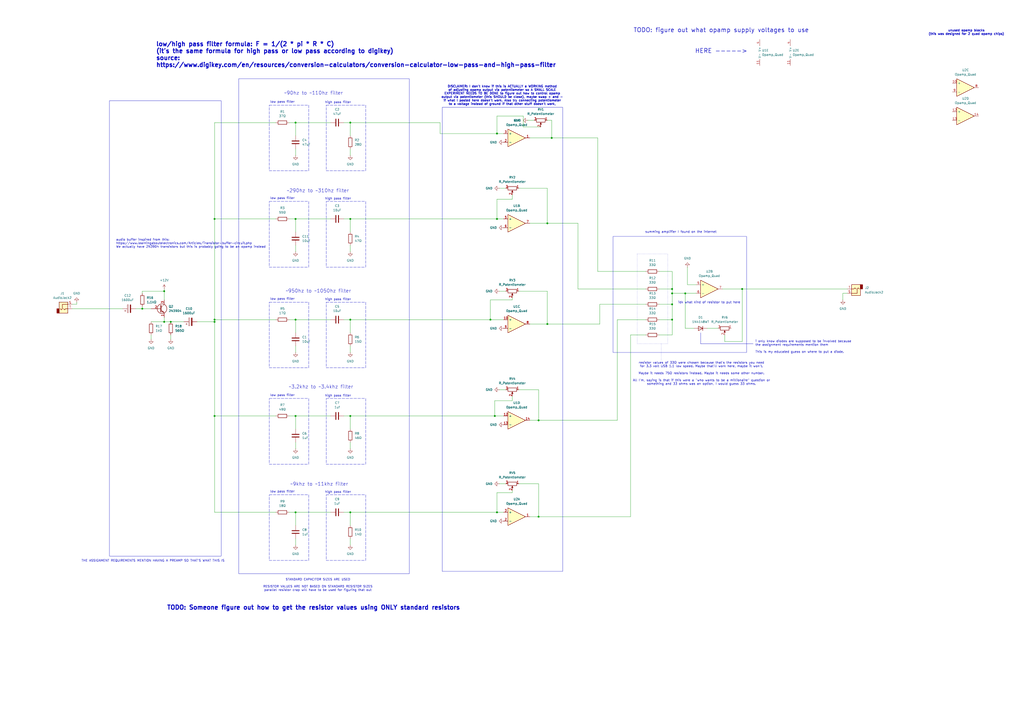
<source format=kicad_sch>
(kicad_sch (version 20231120) (generator "eeschema") (generator_version "8.0")
  (paper "A2")
  (lib_symbols
    (symbol "Connector_Audio:AudioJack2"
      (property "Reference" "J" (at 0 8.89 0))
      (property "Value" "AudioJack2" (at 0 6.35 0))
      (symbol "AudioJack2_0_1"
        (rectangle (start -3.81 0) (end -2.54 -2.54) (stroke (width 0.254)) (fill (type outline)))
        (rectangle (start -2.54 3.81) (end 2.54 -2.54) (stroke (width 0.254)) (fill (type background)))
        (polyline (pts (xy 0 0) (xy 0.635 -0.635) (xy 1.27 0) (xy 2.54 0)) (stroke (width 0.254)))
        (polyline (pts (xy 2.54 2.54) (xy -0.635 2.54) (xy -0.635 0) (xy -1.27 -0.635) (xy -1.905 0)) (stroke (width 0.254)))
      )
      (symbol "AudioJack2_1_1"
        (pin passive line (at 5.08 2.54 180) (length 2.54) (name "~") (number "S"))
        (pin passive line (at 5.08 0 180) (length 2.54) (name "~") (number "T"))
      )
    )
    (symbol "Device:C" (pin_numbers hide) (pin_names (offset 0.254))
      (property "Reference" "C" (at 0.635 2.54 0))
      (property "Value" "C" (at 0.635 -2.54 0))
      (symbol "C_0_1"
        (polyline (pts (xy -2.032 -0.762) (xy 2.032 -0.762)) (stroke (width 0.508)))
        (polyline (pts (xy -2.032 0.762) (xy 2.032 0.762)) (stroke (width 0.508)))
      )
      (symbol "C_1_1"
        (pin passive line (at 0 3.81 270) (length 2.794) (name "~") (number "1"))
        (pin passive line (at 0 -3.81 90) (length 2.794) (name "~") (number "2"))
      )
    )
    (symbol "Device:C_Polarized" (pin_numbers hide) (pin_names (offset 0.254))
      (property "Reference" "C" (at 0.635 2.54 0))
      (property "Value" "C_Polarized" (at 0.635 -2.54 0))
      (symbol "C_Polarized_0_1"
        (rectangle (start -2.286 0.508) (end 2.286 1.016))
        (polyline (pts (xy -1.778 2.286) (xy -0.762 2.286)))
        (polyline (pts (xy -1.27 2.794) (xy -1.27 1.778)))
        (rectangle (start 2.286 -0.508) (end -2.286 -1.016) (fill (type outline)))
      )
      (symbol "C_Polarized_1_1"
        (pin passive line (at 0 3.81 270) (length 2.794) (name "~") (number "1"))
        (pin passive line (at 0 -3.81 90) (length 2.794) (name "~") (number "2"))
      )
    )
    (symbol "Device:Opamp_Quad"
      (property "Reference" "U" (at 0 5.08 0))
      (property "Value" "Opamp_Quad" (at 0 -5.08 0))
      (symbol "Opamp_Quad_1_1"
        (polyline (pts (xy -5.08 5.08) (xy 5.08 0) (xy -5.08 -5.08) (xy -5.08 5.08)) (stroke (width 0.254)) (fill (type background)))
        (pin output line (at 7.62 0 180) (length 2.54) (name "~") (number "1"))
        (pin input line (at -7.62 -2.54 0) (length 2.54) (name "-") (number "2"))
        (pin input line (at -7.62 2.54 0) (length 2.54) (name "+") (number "3"))
      )
      (symbol "Opamp_Quad_2_1"
        (polyline (pts (xy -5.08 5.08) (xy 5.08 0) (xy -5.08 -5.08) (xy -5.08 5.08)) (stroke (width 0.254)) (fill (type background)))
        (pin input line (at -7.62 2.54 0) (length 2.54) (name "+") (number "5"))
        (pin input line (at -7.62 -2.54 0) (length 2.54) (name "-") (number "6"))
        (pin output line (at 7.62 0 180) (length 2.54) (name "~") (number "7"))
      )
      (symbol "Opamp_Quad_3_1"
        (polyline (pts (xy -5.08 5.08) (xy 5.08 0) (xy -5.08 -5.08) (xy -5.08 5.08)) (stroke (width 0.254)) (fill (type background)))
        (pin input line (at -7.62 2.54 0) (length 2.54) (name "+") (number "10"))
        (pin output line (at 7.62 0 180) (length 2.54) (name "~") (number "8"))
        (pin input line (at -7.62 -2.54 0) (length 2.54) (name "-") (number "9"))
      )
      (symbol "Opamp_Quad_4_1"
        (polyline (pts (xy -5.08 5.08) (xy 5.08 0) (xy -5.08 -5.08) (xy -5.08 5.08)) (stroke (width 0.254)) (fill (type background)))
        (pin input line (at -7.62 2.54 0) (length 2.54) (name "+") (number "12"))
        (pin input line (at -7.62 -2.54 0) (length 2.54) (name "-") (number "13"))
        (pin output line (at 7.62 0 180) (length 2.54) (name "~") (number "14"))
      )
      (symbol "Opamp_Quad_5_1"
        (pin power_in line (at -2.54 -7.62 90) (length 3.81) (name "V-") (number "11"))
        (pin power_in line (at -2.54 7.62 270) (length 3.81) (name "V+") (number "4"))
      )
    )
    (symbol "Device:R" (pin_numbers hide) (pin_names (offset 0))
      (property "Reference" "R" (at 2.032 0 90))
      (property "Value" "R" (at 0 0 90))
      (symbol "R_0_1"
        (rectangle (start -1.016 -2.54) (end 1.016 2.54) (stroke (width 0.254)))
      )
      (symbol "R_1_1"
        (pin passive line (at 0 3.81 270) (length 1.27) (name "~") (number "1"))
        (pin passive line (at 0 -3.81 90) (length 1.27) (name "~") (number "2"))
      )
    )
    (symbol "Device:R_Potentiometer" (pin_names (offset 1.016) hide)
      (property "Reference" "RV" (at -4.445 0 90))
      (property "Value" "R_Potentiometer" (at -2.54 0 90))
      (symbol "R_Potentiometer_0_1"
        (polyline (pts (xy 2.54 0) (xy 1.524 0)))
        (polyline (pts (xy 1.143 0) (xy 2.286 0.508) (xy 2.286 -0.508) (xy 1.143 0)) (fill (type outline)))
        (rectangle (start 1.016 2.54) (end -1.016 -2.54) (stroke (width 0.254)))
      )
      (symbol "R_Potentiometer_1_1"
        (pin passive line (at 0 3.81 270) (length 1.27) (name "1") (number "1"))
        (pin passive line (at 3.81 0 180) (length 1.27) (name "2") (number "2"))
        (pin passive line (at 0 -3.81 90) (length 1.27) (name "3") (number "3"))
      )
    )
    (symbol "Diode:1N4148WT" (pin_numbers hide) (pin_names hide)
      (property "Reference" "D" (at 0 2.54 0))
      (property "Value" "1N4148WT" (at 0 -2.54 0))
      (symbol "1N4148WT_0_1"
        (polyline (pts (xy -1.27 1.27) (xy -1.27 -1.27)) (stroke (width 0.254)))
        (polyline (pts (xy 1.27 0) (xy -1.27 0)))
        (polyline (pts (xy 1.27 1.27) (xy 1.27 -1.27) (xy -1.27 0) (xy 1.27 1.27)) (stroke (width 0.254)))
      )
      (symbol "1N4148WT_1_1"
        (pin passive line (at -3.81 0 0) (length 2.54) (name "K") (number "1"))
        (pin passive line (at 3.81 0 180) (length 2.54) (name "A") (number "2"))
      )
    )
    (symbol "Transistor_BJT:2N3904" (pin_names (offset 0) hide)
      (property "Reference" "Q" (at 5.08 1.905 0))
      (property "Value" "2N3904" (at 5.08 0 0))
      (symbol "2N3904_0_1"
        (polyline (pts (xy 0.635 0.635) (xy 2.54 2.54)))
        (polyline (pts (xy 0.635 -0.635) (xy 2.54 -2.54) (xy 2.54 -2.54)))
        (polyline (pts (xy 0.635 1.905) (xy 0.635 -1.905) (xy 0.635 -1.905)) (stroke (width 0.508)))
        (polyline (pts (xy 1.27 -1.778) (xy 1.778 -1.27) (xy 2.286 -2.286) (xy 1.27 -1.778) (xy 1.27 -1.778)) (fill (type outline)))
        (circle (center 1.27 0) (radius 2.8194) (stroke (width 0.254)))
      )
      (symbol "2N3904_1_1"
        (pin passive line (at 2.54 -5.08 90) (length 2.54) (name "E") (number "1"))
        (pin passive line (at -5.08 0 0) (length 5.715) (name "B") (number "2"))
        (pin passive line (at 2.54 5.08 270) (length 2.54) (name "C") (number "3"))
      )
    )
    (symbol "power:+12V" (power) (pin_numbers hide) (pin_names (offset 0) hide)
      (property "Value" "+12V" (at 0 3.556 0))
      (symbol "+12V_0_1"
        (polyline (pts (xy -0.762 1.27) (xy 0 2.54)))
        (polyline (pts (xy 0 0) (xy 0 2.54)))
        (polyline (pts (xy 0 2.54) (xy 0.762 1.27)))
      )
      (symbol "+12V_1_1"
        (pin power_in line (at 0 0 90) (length 0) (name "~") (number "1"))
      )
    )
    (symbol "power:GND" (power) (pin_numbers hide) (pin_names (offset 0) hide)
      (property "Value" "GND" (at 0 -3.81 0))
      (symbol "GND_0_1"
        (polyline (pts (xy 0 0) (xy 0 -1.27) (xy 1.27 -1.27) (xy 0 -2.54) (xy -1.27 -1.27) (xy 0 -1.27)))
      )
      (symbol "GND_1_1"
        (pin power_in line (at 0 0 270) (length 0) (name "~") (number "1"))
      )
    )
  )
  (junction (at 95.25 186.69))
  (junction (at 203.2 297.18))
  (junction (at 287.02 241.3))
  (junction (at 95.25 168.91))
  (junction (at 320.04 80.01))
  (junction (at 203.2 71.12))
  (junction (at 124.46 186.69))
  (junction (at 124.46 127))
  (junction (at 171.45 241.3))
  (junction (at 288.29 77.47))
  (junction (at 389.89 185.42))
  (junction (at 389.89 170.18))
  (junction (at 430.53 167.64))
  (junction (at 397.51 170.18))
  (junction (at 203.2 127))
  (junction (at 203.2 185.42))
  (junction (at 124.46 185.42))
  (junction (at 389.89 167.64))
  (junction (at 82.55 179.07))
  (junction (at 284.48 185.42))
  (junction (at 389.89 176.53))
  (junction (at 317.5 129.54))
  (junction (at 312.42 243.84))
  (junction (at 171.45 185.42))
  (junction (at 124.46 241.3))
  (junction (at 171.45 71.12))
  (junction (at 99.06 186.69))
  (junction (at 317.5 187.96))
  (junction (at 312.42 299.72))
  (junction (at 288.29 127))
  (junction (at 203.2 241.3))
  (junction (at 288.29 297.18))
  (junction (at 171.45 127))
  (junction (at 171.45 297.18))
  (wire (pts (xy 203.2 185.42) (xy 203.2 193.04)))
  (wire (pts (xy 124.46 71.12) (xy 160.02 71.12)))
  (wire (pts (xy 300.99 168.91) (xy 317.5 168.91)))
  (wire (pts (xy 289.56 168.91) (xy 293.37 168.91)))
  (wire (pts (xy 160.02 185.42) (xy 124.46 185.42)))
  (wire (pts (xy 95.25 184.15) (xy 95.25 186.69)))
  (wire (pts (xy 347.98 187.96) (xy 347.98 176.53)))
  (wire (pts (xy 289.56 226.06) (xy 293.37 226.06)))
  (wire (pts (xy 420.37 194.31) (xy 420.37 198.12)))
  (wire (pts (xy 365.76 194.31) (xy 374.65 194.31)))
  (wire (pts (xy 203.2 248.92) (xy 203.2 241.3)))
  (wire (pts (xy 167.64 241.3) (xy 171.45 241.3)))
  (wire (pts (xy 171.45 71.12) (xy 171.45 78.74)))
  (wire (pts (xy 303.53 73.66) (xy 313.69 73.66)))
  (wire (pts (xy 382.27 176.53) (xy 389.89 176.53)))
  (wire (pts (xy 203.2 185.42) (xy 199.39 185.42)))
  (wire (pts (xy 312.42 280.67) (xy 312.42 299.72)))
  (wire (pts (xy 124.46 297.18) (xy 124.46 241.3)))
  (wire (pts (xy 430.53 198.12) (xy 430.53 167.64)))
  (wire (pts (xy 320.04 80.01) (xy 346.71 80.01)))
  (wire (pts (xy 82.55 179.07) (xy 87.63 179.07)))
  (wire (pts (xy 87.63 186.69) (xy 95.25 186.69)))
  (wire (pts (xy 255.27 71.12) (xy 255.27 77.47)))
  (wire (pts (xy 203.2 71.12) (xy 199.39 71.12)))
  (wire (pts (xy 488.95 173.99) (xy 488.95 170.18)))
  (wire (pts (xy 99.06 194.31) (xy 99.06 196.85)))
  (wire (pts (xy 300.99 226.06) (xy 312.42 226.06)))
  (wire (pts (xy 317.5 109.22) (xy 317.5 129.54)))
  (wire (pts (xy 312.42 299.72) (xy 365.76 299.72)))
  (wire (pts (xy 397.51 170.18) (xy 397.51 190.5)))
  (wire (pts (xy 346.71 80.01) (xy 346.71 157.48)))
  (wire (pts (xy 335.28 129.54) (xy 335.28 167.64)))
  (wire (pts (xy 203.2 142.24) (xy 203.2 146.05)))
  (wire (pts (xy 95.25 168.91) (xy 82.55 168.91)))
  (wire (pts (xy 95.25 168.91) (xy 95.25 173.99)))
  (wire (pts (xy 306.07 69.85) (xy 309.88 69.85)))
  (wire (pts (xy 171.45 241.3) (xy 191.77 241.3)))
  (wire (pts (xy 403.86 170.18) (xy 397.51 170.18)))
  (wire (pts (xy 382.27 157.48) (xy 389.89 157.48)))
  (wire (pts (xy 124.46 186.69) (xy 124.46 241.3)))
  (wire (pts (xy 317.5 187.96) (xy 347.98 187.96)))
  (wire (pts (xy 420.37 198.12) (xy 430.53 198.12)))
  (wire (pts (xy 358.14 243.84) (xy 358.14 185.42)))
  (wire (pts (xy 124.46 185.42) (xy 124.46 186.69)))
  (wire (pts (xy 288.29 297.18) (xy 292.1 297.18)))
  (wire (pts (xy 203.2 127) (xy 288.29 127)))
  (wire (pts (xy 389.89 194.31) (xy 389.89 185.42)))
  (wire (pts (xy 288.29 77.47) (xy 288.29 67.31)))
  (wire (pts (xy 203.2 71.12) (xy 255.27 71.12)))
  (wire (pts (xy 287.02 241.3) (xy 292.1 241.3)))
  (wire (pts (xy 287.02 232.41) (xy 297.18 232.41)))
  (wire (pts (xy 171.45 127) (xy 171.45 134.62)))
  (wire (pts (xy 82.55 168.91) (xy 82.55 170.18)))
  (wire (pts (xy 297.18 284.48) (xy 297.18 285.75)))
  (wire (pts (xy 297.18 285.75) (xy 288.29 285.75)))
  (wire (pts (xy 317.5 129.54) (xy 335.28 129.54)))
  (wire (pts (xy 365.76 299.72) (xy 365.76 194.31)))
  (wire (pts (xy 199.39 127) (xy 203.2 127)))
  (wire (pts (xy 167.64 185.42) (xy 171.45 185.42)))
  (wire (pts (xy 297.18 115.57) (xy 297.18 113.03)))
  (wire (pts (xy 317.5 168.91) (xy 317.5 187.96)))
  (wire (pts (xy 203.2 297.18) (xy 199.39 297.18)))
  (wire (pts (xy 297.18 173.99) (xy 297.18 172.72)))
  (wire (pts (xy 307.34 129.54) (xy 317.5 129.54)))
  (wire (pts (xy 167.64 71.12) (xy 171.45 71.12)))
  (wire (pts (xy 358.14 185.42) (xy 374.65 185.42)))
  (wire (pts (xy 203.2 134.62) (xy 203.2 127)))
  (wire (pts (xy 171.45 200.66) (xy 171.45 204.47)))
  (wire (pts (xy 347.98 176.53) (xy 374.65 176.53)))
  (wire (pts (xy 167.64 127) (xy 171.45 127)))
  (wire (pts (xy 203.2 256.54) (xy 203.2 260.35)))
  (wire (pts (xy 300.99 109.22) (xy 317.5 109.22)))
  (wire (pts (xy 288.29 127) (xy 292.1 127)))
  (wire (pts (xy 124.46 127) (xy 124.46 71.12)))
  (wire (pts (xy 44.45 175.26) (xy 44.45 176.53)))
  (wire (pts (xy 288.29 67.31) (xy 303.53 67.31)))
  (wire (pts (xy 288.29 127) (xy 288.29 115.57)))
  (wire (pts (xy 124.46 127) (xy 124.46 185.42)))
  (wire (pts (xy 382.27 185.42) (xy 389.89 185.42)))
  (wire (pts (xy 300.99 280.67) (xy 312.42 280.67)))
  (wire (pts (xy 203.2 304.8) (xy 203.2 297.18)))
  (wire (pts (xy 398.78 154.94) (xy 398.78 165.1)))
  (wire (pts (xy 346.71 157.48) (xy 374.65 157.48)))
  (wire (pts (xy 307.34 299.72) (xy 312.42 299.72)))
  (wire (pts (xy 312.42 243.84) (xy 358.14 243.84)))
  (wire (pts (xy 203.2 200.66) (xy 203.2 204.47)))
  (wire (pts (xy 289.56 280.67) (xy 293.37 280.67)))
  (wire (pts (xy 288.29 115.57) (xy 297.18 115.57)))
  (wire (pts (xy 124.46 186.69) (xy 114.3 186.69)))
  (wire (pts (xy 95.25 167.64) (xy 95.25 168.91)))
  (wire (pts (xy 287.02 241.3) (xy 287.02 232.41)))
  (wire (pts (xy 320.04 69.85) (xy 320.04 80.01)))
  (wire (pts (xy 171.45 185.42) (xy 191.77 185.42)))
  (wire (pts (xy 171.45 86.36) (xy 171.45 90.17)))
  (wire (pts (xy 171.45 312.42) (xy 171.45 316.23)))
  (wire (pts (xy 203.2 241.3) (xy 199.39 241.3)))
  (wire (pts (xy 307.34 243.84) (xy 312.42 243.84)))
  (wire (pts (xy 389.89 185.42) (xy 389.89 176.53)))
  (wire (pts (xy 398.78 165.1) (xy 403.86 165.1)))
  (wire (pts (xy 312.42 226.06) (xy 312.42 243.84)))
  (wire (pts (xy 284.48 185.42) (xy 292.1 185.42)))
  (wire (pts (xy 382.27 194.31) (xy 389.89 194.31)))
  (wire (pts (xy 255.27 77.47) (xy 288.29 77.47)))
  (wire (pts (xy 488.95 170.18) (xy 491.49 170.18)))
  (wire (pts (xy 389.89 176.53) (xy 389.89 170.18)))
  (wire (pts (xy 171.45 185.42) (xy 171.45 193.04)))
  (wire (pts (xy 397.51 170.18) (xy 389.89 170.18)))
  (wire (pts (xy 397.51 190.5) (xy 402.59 190.5)))
  (wire (pts (xy 99.06 186.69) (xy 106.68 186.69)))
  (wire (pts (xy 389.89 170.18) (xy 389.89 167.64)))
  (wire (pts (xy 171.45 71.12) (xy 191.77 71.12)))
  (wire (pts (xy 203.2 86.36) (xy 203.2 90.17)))
  (wire (pts (xy 171.45 256.54) (xy 171.45 260.35)))
  (wire (pts (xy 124.46 241.3) (xy 160.02 241.3)))
  (wire (pts (xy 317.5 69.85) (xy 320.04 69.85)))
  (polyline (pts (xy 436.88 199.39) (xy 406.4 199.39)))
  (wire (pts (xy 289.56 109.22) (xy 293.37 109.22)))
  (wire (pts (xy 167.64 297.18) (xy 171.45 297.18)))
  (wire (pts (xy 410.21 190.5) (xy 416.56 190.5)))
  (wire (pts (xy 171.45 297.18) (xy 191.77 297.18)))
  (wire (pts (xy 389.89 167.64) (xy 389.89 157.48)))
  (wire (pts (xy 288.29 285.75) (xy 288.29 297.18)))
  (wire (pts (xy 171.45 241.3) (xy 171.45 248.92)))
  (wire (pts (xy 78.74 179.07) (xy 82.55 179.07)))
  (wire (pts (xy 87.63 194.31) (xy 87.63 196.85)))
  (wire (pts (xy 430.53 167.64) (xy 491.49 167.64)))
  (wire (pts (xy 203.2 78.74) (xy 203.2 71.12)))
  (wire (pts (xy 284.48 173.99) (xy 297.18 173.99)))
  (wire (pts (xy 171.45 142.24) (xy 171.45 146.05)))
  (wire (pts (xy 44.45 176.53) (xy 41.91 176.53)))
  (wire (pts (xy 82.55 177.8) (xy 82.55 179.07)))
  (wire (pts (xy 171.45 127) (xy 191.77 127)))
  (wire (pts (xy 171.45 297.18) (xy 171.45 304.8)))
  (wire (pts (xy 160.02 127) (xy 124.46 127)))
  (wire (pts (xy 297.18 232.41) (xy 297.18 229.87)))
  (wire (pts (xy 419.1 167.64) (xy 430.53 167.64)))
  (wire (pts (xy 307.34 80.01) (xy 320.04 80.01)))
  (wire (pts (xy 203.2 297.18) (xy 288.29 297.18)))
  (polyline (pts (xy 406.4 193.04) (xy 406.4 199.39)))
  (wire (pts (xy 335.28 167.64) (xy 374.65 167.64)))
  (wire (pts (xy 288.29 77.47) (xy 292.1 77.47)))
  (wire (pts (xy 382.27 167.64) (xy 389.89 167.64)))
  (wire (pts (xy 307.34 187.96) (xy 317.5 187.96)))
  (wire (pts (xy 203.2 185.42) (xy 284.48 185.42)))
  (wire (pts (xy 95.25 186.69) (xy 99.06 186.69)))
  (wire (pts (xy 284.48 185.42) (xy 284.48 173.99)))
  (wire (pts (xy 203.2 312.42) (xy 203.2 316.23)))
  (wire (pts (xy 41.91 179.07) (xy 71.12 179.07)))
  (wire (pts (xy 203.2 241.3) (xy 287.02 241.3)))
  (wire (pts (xy 160.02 297.18) (xy 124.46 297.18)))
  (polyline (pts (xy 383.54 199.39) (xy 383.54 209.55)) (stroke (width 0) (type dot)))
  (wire (pts (xy 303.53 67.31) (xy 303.53 73.66)))
  (rectangle (start 63.5 58.42) (end 128.27 322.58))
  (rectangle (start 138.43 45.72) (end 237.49 332.74))
  (rectangle (start 189.23 287.02) (end 212.09 325.12) (stroke (width 0) (type dash)))
  (rectangle (start 156.21 231.14) (end 179.07 269.24) (stroke (width 0) (type dash)))
  (rectangle (start 369.57 147.32) (end 387.35 199.39) (stroke (width 0) (type dot)))
  (rectangle (start 156.21 175.26) (end 179.07 213.36) (stroke (width 0) (type dash)))
  (rectangle (start 189.23 175.26) (end 212.09 213.36) (stroke (width 0) (type dash)))
  (rectangle (start 156.21 60.96) (end 179.07 99.06) (stroke (width 0) (type dash)))
  (rectangle (start 156.21 287.02) (end 179.07 325.12) (stroke (width 0) (type dash)))
  (rectangle (start 156.21 116.84) (end 179.07 154.94) (stroke (width 0) (type dash)))
  (rectangle (start 189.23 60.96) (end 212.09 99.06) (stroke (width 0) (type dash)))
  (rectangle (start 189.23 231.14) (end 212.09 269.24) (stroke (width 0) (type dash)))
  (rectangle (start 189.23 116.84) (end 212.09 154.94) (stroke (width 0) (type dash)))
  (rectangle (start 256.54 62.23) (end 326.39 331.47))
  (rectangle (start 355.6 137.16) (end 433.07 204.47))
  (text "low pass filter" (at 163.83 173.482 0) (effects (font (size 1.27 1.27))))
  (text "high pass filter" (at 196.088 115.316 0) (effects (font (size 1.27 1.27))))
  (text "high pass filter" (at 196.088 285.496 0) (effects (font (size 1.27 1.27))))
  (text "idk what kind of resistor to put here" (at 411.48 175.514 0) (effects (font (size 1.27 1.27))))
  (text "~9khz to ~11khz filter" (at 185.166 280.924 0) (effects (font (size 2 2))))
  (text "low pass filter" (at 163.83 285.242 0) (effects (font (size 1.27 1.27))))
  (text "~950hz to ~1050hz filter" (at 184.658 168.91 0) (effects (font (size 2 2))))
  (text "DISCLAIMER: I don't know if this is ACTUALLY a WORKING method\nof adjusting opamp output via potentiometer so A SMALL SCALE\nEXPERIMENT NEEDS TO BE DONE to figure out how to control opamp\noutput via potentiometer (this SHOULD be close), maybe swap + and -\nif what I posted here doesn't work. Also try connecting potentiometer\nto a voltage instead of ground if that other stuff doesn't work," (at 291.338 55.372 0) (effects (font (size 1.27 1.27) (thickness 0.254) (bold yes))))
  (text "summing amplifier I found on the internet" (at 394.97 134.62 0) (effects (font (size 1.27 1.27))))
  (text "~3.2khz to ~3.4khz filter" (at 186.182 224.536 0) (effects (font (size 2 2))))
  (text "~290hz to ~310hz filter" (at 184.404 110.744 0) (effects (font (size 2 2))))
  (text "~90hz to ~110hz filter" (at 181.864 54.102 0) (effects (font (size 2 2))))
  (text "low pass filter" (at 163.83 115.062 0) (effects (font (size 1.27 1.27))))
  (text "TODO: Someone figure out how to get the resistor values using ONLY standard resistors" (at 181.864 352.552 0) (effects (font (size 2.5 2.5) (thickness 0.5) (bold yes))))
  (text "TODO: figure out what opamp supply voltages to use\n\n\nHERE ----->" (at 418.338 23.622 0) (effects (font (size 2.5 2.5) (thickness 0.254) (bold yes))))
  (text "low/high pass filter formula: F = 1/(2 * pi * R * C)\n(it's the same formula for high pass or low pass according to digikey)\nsource:\nhttps://www.digikey.com/en/resources/conversion-calculators/conversion-calculator-low-pass-and-high-pass-filter" (at 90.424 31.75 0) (effects (font (size 2.5 2.5) (thickness 0.5) (bold yes)) (justify left)))
  (text "STANDARD CAPACITOR SIZES ARE USED\n\nRESISTOR VALUES ARE NOT BASED ON STANDARD RESISTOR SIZES\nparallel resistor crap will have to be used for figuring that out" (at 184.404 339.344 0) (effects (font (size 1.27 1.27))))
  (text "i only know diodes are supposed to be involved because\nthe assignment requirements mention them\n\nThis is my educated guess on where to put a diode." (at 438.15 201.168 0) (effects (font (size 1.27 1.27)) (justify left)))
  (text "low pass filter" (at 163.83 59.182 0) (effects (font (size 1.27 1.27))))
  (text "unused opamp blocks\n(this was designed for 2 quad opamp chips)" (at 560.578 18.796 0) (effects (font (size 1.27 1.27) (thickness 0.254) (bold yes))))
  (text "high pass filter" (at 196.088 229.616 0) (effects (font (size 1.27 1.27))))
  (text "low pass filter" (at 163.83 229.362 0) (effects (font (size 1.27 1.27))))
  (text "resistor values of 33Ω were chosen because that's the resistors you need\nfor 3.3 volt USB 1.1 low speed. Maybe that'll work here, maybe it won't.\n\nMaybe it needs 75Ω resistors instead. Maybe it needs some other number.\n\nAll I'm, saying is that if this were a \"who wants to be a millionaire\" question or\nsomething and 33 ohms was an option, I would guess 33 ohms." (at 406.908 216.662 0) (effects (font (size 1.27 1.27))))
  (text "THE ASSIGNMENT REQUIREMENTS MENTION HAVING A PREAMP SO THAT'S WHAT THIS IS" (at 47.244 325.374 0) (effects (font (size 1.27 1.27)) (justify left)))
  (text "audio buffer inspired from this:\nhttps://www.learningaboutelectronics.com/Articles/Transistor-buffer-circuit.php\nWe actually have 2N3904 transistors but this is probably going to be an opamp instead" (at 67.31 141.224 0) (effects (font (size 1.27 1.27)) (justify left)))
  (text "high pass filter" (at 196.088 59.436 0) (effects (font (size 1.27 1.27))))
  (text "high pass filter" (at 196.088 173.736 0) (effects (font (size 1.27 1.27))))
  (symbol (lib_id "Device:R_Potentiometer") (at 297.18 168.91 270) (unit 1)
    (property "Reference" "RV3" (at 297.18 162.56 90))
    (property "Value" "R_Potentiometer" (at 297.18 165.1 90))
    (property "Description" "Potentiometer" (effects (hide yes)))
  )
  (symbol (lib_id "power:GND") (at 289.56 226.06 270) (unit 1)
    (property "Reference" "#PWR12" (effects (hide yes)))
    (property "Value" "GND" (at 285.75 226.0599 90) (effects (justify right)))
    (property "Description" "Power symbol creates a global label with name \"GND\" , ground" (effects (hide yes)))
  )
  (symbol (lib_id "power:GND") (at 289.56 280.67 270) (unit 1)
    (property "Reference" "#PWR11" (effects (hide yes)))
    (property "Value" "GND" (at 285.75 280.6699 90) (effects (justify right)))
    (property "Description" "Power symbol creates a global label with name \"GND\" , ground" (effects (hide yes)))
  )
  (symbol (lib_id "power:GND") (at 292.1 82.55 270) (unit 1)
    (property "Reference" "#PWR20" (effects (hide yes)))
    (property "Value" "GND" (at 288.29 82.5499 90) (effects (justify right)))
    (property "Description" "Power symbol creates a global label with name \"GND\" , ground" (effects (hide yes)))
  )
  (symbol (lib_id "power:GND") (at 488.95 173.99 0) (unit 1)
    (property "Reference" "#PWR33" (effects (hide yes)))
    (property "Value" "GND" (at 488.95 179.07 0))
    (property "Description" "Power symbol creates a global label with name \"GND\" , ground" (effects (hide yes)))
  )
  (symbol (lib_id "Device:C") (at 195.58 241.3 90) (unit 1)
    (property "Reference" "C7" (at 195.58 233.68 90))
    (property "Value" "1uf" (at 195.58 236.22 90))
    (property "Description" "Unpolarized capacitor" (effects (hide yes)))
  )
  (symbol (lib_id "Device:R") (at 82.55 173.99 0) (unit 1)
    (property "Reference" "R16" (at 85.09 172.7199 0) (effects (justify left)))
    (property "Value" "1.1kΩ" (at 85.09 175.2599 0) (effects (justify left)))
    (property "Description" "Resistor" (effects (hide yes)))
  )
  (symbol (lib_id "power:GND") (at 398.78 154.94 180) (unit 1)
    (property "Reference" "#PWR16" (effects (hide yes)))
    (property "Value" "GND" (at 398.78 149.86 0))
    (property "Description" "Power symbol creates a global label with name \"GND\" , ground" (effects (hide yes)))
  )
  (symbol (lib_id "power:GND") (at 289.56 168.91 270) (unit 1)
    (property "Reference" "#PWR13" (effects (hide yes)))
    (property "Value" "GND" (at 285.75 168.9099 90) (effects (justify right)))
    (property "Description" "Power symbol creates a global label with name \"GND\" , ground" (effects (hide yes)))
  )
  (symbol (lib_id "Device:R") (at 203.2 308.61 0) (unit 1)
    (property "Reference" "R10" (at 205.74 307.3399 0) (effects (justify left)))
    (property "Value" "14Ω" (at 205.74 309.8799 0) (effects (justify left)))
    (property "Description" "Resistor" (effects (hide yes)))
  )
  (symbol (lib_id "Device:R") (at 163.83 71.12 90) (unit 1)
    (property "Reference" "R1" (at 163.83 64.77 90))
    (property "Value" "37Ω" (at 163.83 67.31 90))
    (property "Description" "Resistor" (effects (hide yes)))
  )
  (symbol (lib_id "Device:R") (at 163.83 185.42 90) (unit 1)
    (property "Reference" "R5" (at 163.83 179.07 90))
    (property "Value" "17Ω" (at 163.83 181.61 90))
    (property "Description" "Resistor" (effects (hide yes)))
  )
  (symbol (lib_id "Device:C") (at 171.45 82.55 180) (unit 1)
    (property "Reference" "C4" (at 175.26 81.2799 0) (effects (justify right)))
    (property "Value" "47uF" (at 175.26 83.8199 0) (effects (justify right)))
    (property "Description" "Unpolarized capacitor" (effects (hide yes)))
  )
  (symbol (lib_id "Device:Opamp_Quad") (at 299.72 80.01 0) (unit 1)
    (property "Reference" "U1" (at 299.72 69.85 0))
    (property "Value" "Opamp_Quad" (at 299.72 72.39 0))
    (property "Description" "Quad operational amplifier" (effects (hide yes)))
    (property "Sim.Library" "${KICAD7_SYMBOL_DIR}/Simulation_SPICE.sp" (effects (hide yes)))
    (property "Sim.Name" "kicad_builtin_opamp_quad" (effects (hide yes)))
    (property "Sim.Device" "SUBCKT" (effects (hide yes)))
    (property "Sim.Pins" "1=out1 2=in1- 3=in1+ 4=vcc 5=in2+ 6=in2- 7=out2 8=out3 9=in3- 10=in3+ 11=vee 12=in4+ 13=in4- 14=out4" (effects (hide yes)))
  )
  (symbol (lib_id "power:GND") (at 203.2 90.17 0) (unit 1)
    (property "Reference" "#PWR2" (effects (hide yes)))
    (property "Value" "GND" (at 203.2 95.25 0))
    (property "Description" "Power symbol creates a global label with name \"GND\" , ground" (effects (hide yes)))
  )
  (symbol (lib_id "Connector_Audio:AudioJack2") (at 496.57 167.64 180) (unit 1)
    (property "Reference" "J2" (at 501.65 167.0049 0) (effects (justify right)))
    (property "Value" "AudioJack2" (at 501.65 169.5449 0) (effects (justify right)))
    (property "Description" "Audio Jack, 2 Poles (Mono / TS)" (effects (hide yes)))
  )
  (symbol (lib_id "Device:R") (at 163.83 297.18 90) (unit 1)
    (property "Reference" "R9" (at 163.83 290.83 90))
    (property "Value" "18Ω" (at 163.83 293.37 90))
    (property "Description" "Resistor" (effects (hide yes)))
  )
  (symbol (lib_id "power:GND") (at 292.1 302.26 270) (unit 1)
    (property "Reference" "#PWR24" (effects (hide yes)))
    (property "Value" "GND" (at 288.29 302.2599 90) (effects (justify right)))
    (property "Description" "Power symbol creates a global label with name \"GND\" , ground" (effects (hide yes)))
  )
  (symbol (lib_id "Device:R") (at 87.63 190.5 0) (unit 1)
    (property "Reference" "R17" (at 90.17 189.2299 0) (effects (justify left)))
    (property "Value" "1kΩ" (at 90.17 191.7699 0) (effects (justify left)))
    (property "Description" "Resistor" (effects (hide yes)))
  )
  (symbol (lib_id "Device:Opamp_Quad") (at 560.07 67.31 0) (unit 4)
    (property "Reference" "U2" (at 560.07 57.15 0))
    (property "Value" "Opamp_Quad" (at 560.07 59.69 0))
    (property "Description" "Quad operational amplifier" (effects (hide yes)))
    (property "Sim.Library" "${KICAD7_SYMBOL_DIR}/Simulation_SPICE.sp" (effects (hide yes)))
    (property "Sim.Name" "kicad_builtin_opamp_quad" (effects (hide yes)))
    (property "Sim.Device" "SUBCKT" (effects (hide yes)))
    (property "Sim.Pins" "1=out1 2=in1- 3=in1+ 4=vcc 5=in2+ 6=in2- 7=out2 8=out3 9=in3- 10=in3+ 11=vee 12=in4+ 13=in4- 14=out4" (effects (hide yes)))
  )
  (symbol (lib_id "power:GND") (at 292.1 190.5 270) (unit 1)
    (property "Reference" "#PWR22" (effects (hide yes)))
    (property "Value" "GND" (at 288.29 190.4999 90) (effects (justify right)))
    (property "Description" "Power symbol creates a global label with name \"GND\" , ground" (effects (hide yes)))
  )
  (symbol (lib_id "Device:R") (at 378.46 185.42 90) (unit 1)
    (property "Reference" "R14" (at 378.46 179.07 90))
    (property "Value" "33Ω" (at 378.46 181.61 90))
    (property "Description" "Resistor" (effects (hide yes)))
  )
  (symbol (lib_id "Device:R_Potentiometer") (at 297.18 280.67 270) (unit 1)
    (property "Reference" "RV5" (at 297.18 274.32 90))
    (property "Value" "R_Potentiometer" (at 297.18 276.86 90))
    (property "Description" "Potentiometer" (effects (hide yes)))
  )
  (symbol (lib_id "power:GND") (at 99.06 196.85 0) (unit 1)
    (property "Reference" "#PWR19" (effects (hide yes)))
    (property "Value" "GND" (at 99.06 201.93 0))
    (property "Description" "Power symbol creates a global label with name \"GND\" , ground" (effects (hide yes)))
  )
  (symbol (lib_id "Device:R_Potentiometer") (at 313.69 69.85 270) (unit 1)
    (property "Reference" "RV1" (at 313.69 63.5 90))
    (property "Value" "R_Potentiometer" (at 313.69 66.04 90))
    (property "Description" "Potentiometer" (effects (hide yes)))
  )
  (symbol (lib_id "Device:R_Potentiometer") (at 297.18 226.06 270) (unit 1)
    (property "Reference" "RV4" (at 297.18 219.71 90))
    (property "Value" "R_Potentiometer" (at 297.18 222.25 90))
    (property "Description" "Potentiometer" (effects (hide yes)))
  )
  (symbol (lib_id "Device:R") (at 203.2 196.85 0) (unit 1)
    (property "Reference" "R6" (at 205.74 195.5799 0) (effects (justify left)))
    (property "Value" "15Ω" (at 205.74 198.1199 0) (effects (justify left)))
    (property "Description" "Resistor" (effects (hide yes)))
  )
  (symbol (lib_id "power:GND") (at 203.2 316.23 0) (unit 1)
    (property "Reference" "#PWR10" (effects (hide yes)))
    (property "Value" "GND" (at 203.2 321.31 0))
    (property "Description" "Power symbol creates a global label with name \"GND\" , ground" (effects (hide yes)))
  )
  (symbol (lib_id "Device:R") (at 99.06 190.5 0) (unit 1)
    (property "Reference" "R18" (at 101.6 189.2299 0) (effects (justify left)))
    (property "Value" "565Ω" (at 101.6 191.7699 0) (effects (justify left)))
    (property "Description" "Resistor" (effects (hide yes)))
  )
  (symbol (lib_id "power:GND") (at 171.45 260.35 0) (unit 1)
    (property "Reference" "#PWR7" (effects (hide yes)))
    (property "Value" "GND" (at 171.45 265.43 0))
    (property "Description" "Power symbol creates a global label with name \"GND\" , ground" (effects (hide yes)))
  )
  (symbol (lib_id "power:GND") (at 289.56 109.22 270) (unit 1)
    (property "Reference" "#PWR14" (effects (hide yes)))
    (property "Value" "GND" (at 285.75 109.2199 90) (effects (justify right)))
    (property "Description" "Power symbol creates a global label with name \"GND\" , ground" (effects (hide yes)))
  )
  (symbol (lib_id "power:+12V") (at 95.25 167.64 0) (unit 1)
    (property "Reference" "#PWR17" (effects (hide yes)))
    (property "Value" "+12V" (at 95.25 162.56 0))
    (property "Description" "Power symbol creates a global label with name \"+12V\"" (effects (hide yes)))
  )
  (symbol (lib_id "Device:C") (at 195.58 297.18 90) (unit 1)
    (property "Reference" "C9" (at 195.58 289.56 90))
    (property "Value" "1uF" (at 195.58 292.1 90))
    (property "Description" "Unpolarized capacitor" (effects (hide yes)))
  )
  (symbol (lib_id "Device:C") (at 195.58 71.12 90) (unit 1)
    (property "Reference" "C2" (at 195.58 63.5 90))
    (property "Value" "47uF" (at 195.58 66.04 90))
    (property "Description" "Unpolarized capacitor" (effects (hide yes)))
  )
  (symbol (lib_id "Device:Opamp_Quad") (at 443.23 30.48 0) (unit 5)
    (property "Reference" "U1" (at 441.96 29.2099 0) (effects (justify left)))
    (property "Value" "Opamp_Quad" (at 441.96 31.7499 0) (effects (justify left)))
    (property "Description" "Quad operational amplifier" (effects (hide yes)))
    (property "Sim.Library" "${KICAD7_SYMBOL_DIR}/Simulation_SPICE.sp" (effects (hide yes)))
    (property "Sim.Name" "kicad_builtin_opamp_quad" (effects (hide yes)))
    (property "Sim.Device" "SUBCKT" (effects (hide yes)))
    (property "Sim.Pins" "1=out1 2=in1- 3=in1+ 4=vcc 5=in2+ 6=in2- 7=out2 8=out3 9=in3- 10=in3+ 11=vee 12=in4+ 13=in4- 14=out4" (effects (hide yes)))
  )
  (symbol (lib_id "Device:R") (at 378.46 176.53 90) (unit 1)
    (property "Reference" "R13" (at 378.46 170.18 90))
    (property "Value" "33Ω" (at 378.46 172.72 90))
    (property "Description" "Resistor" (effects (hide yes)))
  )
  (symbol (lib_id "Device:C") (at 195.58 127 90) (unit 1)
    (property "Reference" "C3" (at 195.58 119.38 90))
    (property "Value" "10uF" (at 195.58 121.92 90))
    (property "Description" "Unpolarized capacitor" (effects (hide yes)))
  )
  (symbol (lib_id "Device:Opamp_Quad") (at 299.72 129.54 0) (unit 2)
    (property "Reference" "U1" (at 299.72 119.38 0))
    (property "Value" "Opamp_Quad" (at 299.72 121.92 0))
    (property "Description" "Quad operational amplifier" (effects (hide yes)))
    (property "Sim.Library" "${KICAD7_SYMBOL_DIR}/Simulation_SPICE.sp" (effects (hide yes)))
    (property "Sim.Name" "kicad_builtin_opamp_quad" (effects (hide yes)))
    (property "Sim.Device" "SUBCKT" (effects (hide yes)))
    (property "Sim.Pins" "1=out1 2=in1- 3=in1+ 4=vcc 5=in2+ 6=in2- 7=out2 8=out3 9=in3- 10=in3+ 11=vee 12=in4+ 13=in4- 14=out4" (effects (hide yes)))
  )
  (symbol (lib_id "Device:R_Potentiometer") (at 420.37 190.5 270) (unit 1)
    (property "Reference" "RV6" (at 420.37 184.15 90))
    (property "Value" "R_Potentiometer" (at 420.37 186.69 90))
    (property "Description" "Potentiometer" (effects (hide yes)))
  )
  (symbol (lib_id "Device:C") (at 171.45 252.73 180) (unit 1)
    (property "Reference" "C6" (at 175.26 251.4599 0) (effects (justify right)))
    (property "Value" "1uF" (at 175.26 253.9999 0) (effects (justify right)))
    (property "Description" "Unpolarized capacitor" (effects (hide yes)))
  )
  (symbol (lib_id "Transistor_BJT:2N3904") (at 92.71 179.07 0) (unit 1)
    (property "Reference" "Q2" (at 97.79 177.7999 0) (effects (justify left)))
    (property "Value" "2N3904" (at 97.79 180.3399 0) (effects (justify left)))
    (property "Footprint" "Package_TO_SOT_THT:TO-92_Inline" (effects (hide yes)))
    (property "Datasheet" "https://www.onsemi.com/pub/Collateral/2N3903-D.PDF" (effects (hide yes)))
    (property "Description" "0.2A Ic, 40V Vce, Small Signal NPN Transistor, TO-92" (effects (hide yes)))
  )
  (symbol (lib_id "Device:R") (at 378.46 194.31 90) (unit 1)
    (property "Reference" "R15" (at 378.46 187.96 90))
    (property "Value" "33Ω" (at 378.46 190.5 90))
    (property "Description" "Resistor" (effects (hide yes)))
  )
  (symbol (lib_id "Connector_Audio:AudioJack2") (at 36.83 179.07 0) (unit 1)
    (property "Reference" "J1" (at 36.195 170.18 0))
    (property "Value" "AudioJack2" (at 36.195 172.72 0))
    (property "Description" "Audio Jack, 2 Poles (Mono / TS)" (effects (hide yes)))
  )
  (symbol (lib_id "Device:R") (at 203.2 138.43 0) (unit 1)
    (property "Reference" "R4" (at 205.74 137.1599 0) (effects (justify left)))
    (property "Value" "47Ω" (at 205.74 139.6999 0) (effects (justify left)))
    (property "Description" "Resistor" (effects (hide yes)))
  )
  (symbol (lib_id "Device:C") (at 171.45 138.43 180) (unit 1)
    (property "Reference" "C11" (at 175.26 137.1599 0) (effects (justify right)))
    (property "Value" "10uF" (at 175.26 139.6999 0) (effects (justify right)))
    (property "Description" "Unpolarized capacitor" (effects (hide yes)))
  )
  (symbol (lib_id "power:GND") (at 171.45 90.17 0) (unit 1)
    (property "Reference" "#PWR1" (effects (hide yes)))
    (property "Value" "GND" (at 171.45 95.25 0))
    (property "Description" "Power symbol creates a global label with name \"GND\" , ground" (effects (hide yes)))
  )
  (symbol (lib_id "Device:Opamp_Quad") (at 461.01 30.48 0) (unit 5)
    (property "Reference" "U2" (at 459.74 29.2099 0) (effects (justify left)))
    (property "Value" "Opamp_Quad" (at 459.74 31.7499 0) (effects (justify left)))
    (property "Description" "Quad operational amplifier" (effects (hide yes)))
    (property "Sim.Library" "${KICAD7_SYMBOL_DIR}/Simulation_SPICE.sp" (effects (hide yes)))
    (property "Sim.Name" "kicad_builtin_opamp_quad" (effects (hide yes)))
    (property "Sim.Device" "SUBCKT" (effects (hide yes)))
    (property "Sim.Pins" "1=out1 2=in1- 3=in1+ 4=vcc 5=in2+ 6=in2- 7=out2 8=out3 9=in3- 10=in3+ 11=vee 12=in4+ 13=in4- 14=out4" (effects (hide yes)))
  )
  (symbol (lib_id "power:GND") (at 87.63 196.85 0) (unit 1)
    (property "Reference" "#PWR18" (effects (hide yes)))
    (property "Value" "GND" (at 87.63 201.93 0))
    (property "Description" "Power symbol creates a global label with name \"GND\" , ground" (effects (hide yes)))
  )
  (symbol (lib_id "Device:C_Polarized") (at 110.49 186.69 90) (unit 1)
    (property "Reference" "C10" (at 109.601 179.07 90))
    (property "Value" "1600uF" (at 109.601 181.61 90))
    (property "Description" "Polarized capacitor" (effects (hide yes)))
  )
  (symbol (lib_id "power:GND") (at 44.45 175.26 180) (unit 1)
    (property "Reference" "#PWR32" (effects (hide yes)))
    (property "Value" "GND" (at 44.45 170.18 0))
    (property "Description" "Power symbol creates a global label with name \"GND\" , ground" (effects (hide yes)))
  )
  (symbol (lib_id "Device:R") (at 378.46 167.64 90) (unit 1)
    (property "Reference" "R12" (at 378.46 161.29 90))
    (property "Value" "33Ω" (at 378.46 163.83 90))
    (property "Description" "Resistor" (effects (hide yes)))
  )
  (symbol (lib_id "power:GND") (at 203.2 204.47 0) (unit 1)
    (property "Reference" "#PWR6" (effects (hide yes)))
    (property "Value" "GND" (at 203.2 209.55 0))
    (property "Description" "Power symbol creates a global label with name \"GND\" , ground" (effects (hide yes)))
  )
  (symbol (lib_id "Device:Opamp_Quad") (at 299.72 187.96 0) (unit 3)
    (property "Reference" "U1" (at 299.72 177.8 0))
    (property "Value" "Opamp_Quad" (at 299.72 180.34 0))
    (property "Description" "Quad operational amplifier" (effects (hide yes)))
    (property "Sim.Library" "${KICAD7_SYMBOL_DIR}/Simulation_SPICE.sp" (effects (hide yes)))
    (property "Sim.Name" "kicad_builtin_opamp_quad" (effects (hide yes)))
    (property "Sim.Device" "SUBCKT" (effects (hide yes)))
    (property "Sim.Pins" "1=out1 2=in1- 3=in1+ 4=vcc 5=in2+ 6=in2- 7=out2 8=out3 9=in3- 10=in3+ 11=vee 12=in4+ 13=in4- 14=out4" (effects (hide yes)))
  )
  (symbol (lib_id "Device:R") (at 378.46 157.48 270) (unit 1)
    (property "Reference" "R11" (at 378.46 151.13 90))
    (property "Value" "33Ω" (at 378.46 153.67 90))
    (property "Description" "Resistor" (effects (hide yes)))
  )
  (symbol (lib_id "power:GND") (at 171.45 204.47 0) (unit 1)
    (property "Reference" "#PWR5" (effects (hide yes)))
    (property "Value" "GND" (at 171.45 209.55 0))
    (property "Description" "Power symbol creates a global label with name \"GND\" , ground" (effects (hide yes)))
  )
  (symbol (lib_id "power:GND") (at 171.45 316.23 0) (unit 1)
    (property "Reference" "#PWR9" (effects (hide yes)))
    (property "Value" "GND" (at 171.45 321.31 0))
    (property "Description" "Power symbol creates a global label with name \"GND\" , ground" (effects (hide yes)))
  )
  (symbol (lib_id "Device:C") (at 171.45 196.85 180) (unit 1)
    (property "Reference" "C1" (at 175.26 195.5799 0) (effects (justify right)))
    (property "Value" "10uF" (at 175.26 198.1199 0) (effects (justify right)))
    (property "Description" "Unpolarized capacitor" (effects (hide yes)))
  )
  (symbol (lib_id "Device:R") (at 163.83 241.3 90) (unit 1)
    (property "Reference" "R7" (at 163.83 234.95 90))
    (property "Value" "49Ω" (at 163.83 237.49 90))
    (property "Description" "Resistor" (effects (hide yes)))
  )
  (symbol (lib_id "Device:R_Potentiometer") (at 297.18 109.22 270) (unit 1)
    (property "Reference" "RV2" (at 297.18 102.87 90))
    (property "Value" "R_Potentiometer" (at 297.18 105.41 90))
    (property "Description" "Potentiometer" (effects (hide yes)))
  )
  (symbol (lib_id "Device:R") (at 203.2 82.55 0) (unit 1)
    (property "Reference" "R2" (at 205.74 81.2799 0) (effects (justify left)))
    (property "Value" "28Ω" (at 205.74 83.8199 0) (effects (justify left)))
    (property "Description" "Resistor" (effects (hide yes)))
  )
  (symbol (lib_id "power:GND") (at 171.45 146.05 0) (unit 1)
    (property "Reference" "#PWR3" (effects (hide yes)))
    (property "Value" "GND" (at 171.45 151.13 0))
    (property "Description" "Power symbol creates a global label with name \"GND\" , ground" (effects (hide yes)))
  )
  (symbol (lib_id "Device:Opamp_Quad") (at 299.72 299.72 0) (unit 1)
    (property "Reference" "U2" (at 299.72 289.56 0))
    (property "Value" "Opamp_Quad" (at 299.72 292.1 0))
    (property "Description" "Quad operational amplifier" (effects (hide yes)))
    (property "Sim.Library" "${KICAD7_SYMBOL_DIR}/Simulation_SPICE.sp" (effects (hide yes)))
    (property "Sim.Name" "kicad_builtin_opamp_quad" (effects (hide yes)))
    (property "Sim.Device" "SUBCKT" (effects (hide yes)))
    (property "Sim.Pins" "1=out1 2=in1- 3=in1+ 4=vcc 5=in2+ 6=in2- 7=out2 8=out3 9=in3- 10=in3+ 11=vee 12=in4+ 13=in4- 14=out4" (effects (hide yes)))
  )
  (symbol (lib_id "power:GND") (at 203.2 260.35 0) (unit 1)
    (property "Reference" "#PWR8" (effects (hide yes)))
    (property "Value" "GND" (at 203.2 265.43 0))
    (property "Description" "Power symbol creates a global label with name \"GND\" , ground" (effects (hide yes)))
  )
  (symbol (lib_id "power:GND") (at 292.1 132.08 270) (unit 1)
    (property "Reference" "#PWR21" (effects (hide yes)))
    (property "Value" "GND" (at 288.29 132.0799 90) (effects (justify right)))
    (property "Description" "Power symbol creates a global label with name \"GND\" , ground" (effects (hide yes)))
  )
  (symbol (lib_id "power:GND") (at 306.07 69.85 270) (unit 1)
    (property "Reference" "#PWR15" (effects (hide yes)))
    (property "Value" "GND" (at 302.26 69.8499 90) (effects (justify right)))
    (property "Description" "Power symbol creates a global label with name \"GND\" , ground" (effects (hide yes)))
  )
  (symbol (lib_id "Device:Opamp_Quad") (at 299.72 243.84 0) (unit 4)
    (property "Reference" "U1" (at 299.72 233.68 0))
    (property "Value" "Opamp_Quad" (at 299.72 236.22 0))
    (property "Description" "Quad operational amplifier" (effects (hide yes)))
    (property "Sim.Library" "${KICAD7_SYMBOL_DIR}/Simulation_SPICE.sp" (effects (hide yes)))
    (property "Sim.Name" "kicad_builtin_opamp_quad" (effects (hide yes)))
    (property "Sim.Device" "SUBCKT" (effects (hide yes)))
    (property "Sim.Pins" "1=out1 2=in1- 3=in1+ 4=vcc 5=in2+ 6=in2- 7=out2 8=out3 9=in3- 10=in3+ 11=vee 12=in4+ 13=in4- 14=out4" (effects (hide yes)))
  )
  (symbol (lib_id "Device:Opamp_Quad") (at 560.07 50.8 0) (unit 3)
    (property "Reference" "U2" (at 560.07 40.64 0))
    (property "Value" "Opamp_Quad" (at 560.07 43.18 0))
    (property "Description" "Quad operational amplifier" (effects (hide yes)))
    (property "Sim.Library" "${KICAD7_SYMBOL_DIR}/Simulation_SPICE.sp" (effects (hide yes)))
    (property "Sim.Name" "kicad_builtin_opamp_quad" (effects (hide yes)))
    (property "Sim.Device" "SUBCKT" (effects (hide yes)))
    (property "Sim.Pins" "1=out1 2=in1- 3=in1+ 4=vcc 5=in2+ 6=in2- 7=out2 8=out3 9=in3- 10=in3+ 11=vee 12=in4+ 13=in4- 14=out4" (effects (hide yes)))
  )
  (symbol (lib_id "Diode:1N4148WT") (at 406.4 190.5 180) (unit 1)
    (property "Reference" "D1" (at 406.4 184.15 0))
    (property "Value" "1N4148WT" (at 406.4 186.69 0))
    (property "Footprint" "Diode_SMD:D_SOD-523" (effects (hide yes)))
    (property "Datasheet" "https://www.diodes.com/assets/Datasheets/ds30396.pdf" (effects (hide yes)))
    (property "Description" "75V 0.15A Fast switching Diode, SOD-523" (effects (hide yes)))
    (property "Sim.Device" "D" (effects (hide yes)))
    (property "Sim.Pins" "1=K 2=A" (effects (hide yes)))
  )
  (symbol (lib_id "Device:C_Polarized") (at 74.93 179.07 90) (unit 1)
    (property "Reference" "C12" (at 74.041 171.45 90))
    (property "Value" "1600uF" (at 74.041 173.99 90))
    (property "Description" "Polarized capacitor" (effects (hide yes)))
  )
  (symbol (lib_id "Device:C") (at 195.58 185.42 90) (unit 1)
    (property "Reference" "C5" (at 195.58 177.8 90))
    (property "Value" "10uF" (at 195.58 180.34 90))
    (property "Description" "Unpolarized capacitor" (effects (hide yes)))
  )
  (symbol (lib_id "Device:R") (at 163.83 127 90) (unit 1)
    (property "Reference" "R3" (at 163.83 120.65 90))
    (property "Value" "55Ω" (at 163.83 123.19 90))
    (property "Description" "Resistor" (effects (hide yes)))
  )
  (symbol (lib_id "Device:R") (at 203.2 252.73 0) (unit 1)
    (property "Reference" "R8" (at 205.74 251.4599 0) (effects (justify left)))
    (property "Value" "46Ω" (at 205.74 253.9999 0) (effects (justify left)))
    (property "Description" "Resistor" (effects (hide yes)))
  )
  (symbol (lib_id "Device:C") (at 171.45 308.61 180) (unit 1)
    (property "Reference" "C8" (at 175.26 307.3399 0) (effects (justify right)))
    (property "Value" "1uF" (at 175.26 309.8799 0) (effects (justify right)))
    (property "Description" "Unpolarized capacitor" (effects (hide yes)))
  )
  (symbol (lib_id "power:GND") (at 292.1 246.38 270) (unit 1)
    (property "Reference" "#PWR23" (effects (hide yes)))
    (property "Value" "GND" (at 288.29 246.3799 90) (effects (justify right)))
    (property "Description" "Power symbol creates a global label with name \"GND\" , ground" (effects (hide yes)))
  )
  (symbol (lib_id "power:GND") (at 203.2 146.05 0) (unit 1)
    (property "Reference" "#PWR4" (effects (hide yes)))
    (property "Value" "GND" (at 203.2 151.13 0))
    (property "Description" "Power symbol creates a global label with name \"GND\" , ground" (effects (hide yes)))
  )
  (symbol (lib_id "Device:Opamp_Quad") (at 411.48 167.64 0) (unit 2)
    (property "Reference" "U2" (at 411.48 157.48 0))
    (property "Value" "Opamp_Quad" (at 411.48 160.02 0))
    (property "Description" "Quad operational amplifier" (effects (hide yes)))
    (property "Sim.Library" "${KICAD7_SYMBOL_DIR}/Simulation_SPICE.sp" (effects (hide yes)))
    (property "Sim.Name" "kicad_builtin_opamp_quad" (effects (hide yes)))
    (property "Sim.Device" "SUBCKT" (effects (hide yes)))
    (property "Sim.Pins" "1=out1 2=in1- 3=in1+ 4=vcc 5=in2+ 6=in2- 7=out2 8=out3 9=in3- 10=in3+ 11=vee 12=in4+ 13=in4- 14=out4" (effects (hide yes)))
  )
)
</source>
